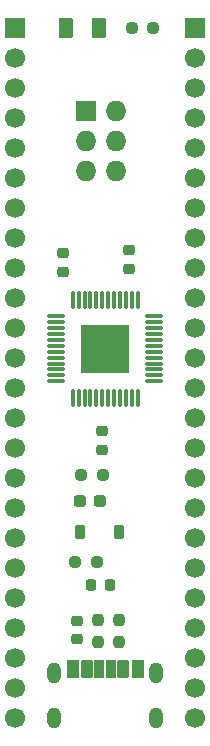
<source format=gbr>
%TF.GenerationSoftware,KiCad,Pcbnew,9.0.4*%
%TF.CreationDate,2025-09-22T14:36:08+02:00*%
%TF.ProjectId,ATmega4809A-breakout,41546d65-6761-4343-9830-39412d627265,rev?*%
%TF.SameCoordinates,Original*%
%TF.FileFunction,Soldermask,Top*%
%TF.FilePolarity,Negative*%
%FSLAX46Y46*%
G04 Gerber Fmt 4.6, Leading zero omitted, Abs format (unit mm)*
G04 Created by KiCad (PCBNEW 9.0.4) date 2025-09-22 14:36:08*
%MOMM*%
%LPD*%
G01*
G04 APERTURE LIST*
G04 Aperture macros list*
%AMRoundRect*
0 Rectangle with rounded corners*
0 $1 Rounding radius*
0 $2 $3 $4 $5 $6 $7 $8 $9 X,Y pos of 4 corners*
0 Add a 4 corners polygon primitive as box body*
4,1,4,$2,$3,$4,$5,$6,$7,$8,$9,$2,$3,0*
0 Add four circle primitives for the rounded corners*
1,1,$1+$1,$2,$3*
1,1,$1+$1,$4,$5*
1,1,$1+$1,$6,$7*
1,1,$1+$1,$8,$9*
0 Add four rect primitives between the rounded corners*
20,1,$1+$1,$2,$3,$4,$5,0*
20,1,$1+$1,$4,$5,$6,$7,0*
20,1,$1+$1,$6,$7,$8,$9,0*
20,1,$1+$1,$8,$9,$2,$3,0*%
G04 Aperture macros list end*
%ADD10RoundRect,0.250000X0.375000X0.625000X-0.375000X0.625000X-0.375000X-0.625000X0.375000X-0.625000X0*%
%ADD11RoundRect,0.237500X0.287500X0.237500X-0.287500X0.237500X-0.287500X-0.237500X0.287500X-0.237500X0*%
%ADD12RoundRect,0.225000X0.225000X0.375000X-0.225000X0.375000X-0.225000X-0.375000X0.225000X-0.375000X0*%
%ADD13RoundRect,0.237500X0.237500X-0.250000X0.237500X0.250000X-0.237500X0.250000X-0.237500X-0.250000X0*%
%ADD14RoundRect,0.237500X0.250000X0.237500X-0.250000X0.237500X-0.250000X-0.237500X0.250000X-0.237500X0*%
%ADD15R,1.700000X1.700000*%
%ADD16C,1.700000*%
%ADD17RoundRect,0.225000X0.250000X-0.225000X0.250000X0.225000X-0.250000X0.225000X-0.250000X-0.225000X0*%
%ADD18R,1.727200X1.727200*%
%ADD19O,1.727200X1.727200*%
%ADD20RoundRect,0.225000X-0.225000X-0.250000X0.225000X-0.250000X0.225000X0.250000X-0.225000X0.250000X0*%
%ADD21RoundRect,0.075000X0.662500X0.075000X-0.662500X0.075000X-0.662500X-0.075000X0.662500X-0.075000X0*%
%ADD22RoundRect,0.075000X0.075000X0.662500X-0.075000X0.662500X-0.075000X-0.662500X0.075000X-0.662500X0*%
%ADD23R,4.110000X4.110000*%
%ADD24RoundRect,0.102000X-0.350000X-0.700000X0.350000X-0.700000X0.350000X0.700000X-0.350000X0.700000X0*%
%ADD25RoundRect,0.102000X-0.380000X-0.700000X0.380000X-0.700000X0.380000X0.700000X-0.380000X0.700000X0*%
%ADD26RoundRect,0.102000X-0.400000X-0.700000X0.400000X-0.700000X0.400000X0.700000X-0.400000X0.700000X0*%
%ADD27O,1.204000X1.804000*%
%ADD28RoundRect,0.225000X-0.250000X0.225000X-0.250000X-0.225000X0.250000X-0.225000X0.250000X0.225000X0*%
G04 APERTURE END LIST*
D10*
%TO.C,D1*%
X116335000Y-50800000D03*
X113535000Y-50800000D03*
%TD*%
D11*
%TO.C,L1*%
X116431000Y-90805000D03*
X114681000Y-90805000D03*
%TD*%
D12*
%TO.C,D2*%
X117982000Y-93472000D03*
X114682000Y-93472000D03*
%TD*%
D13*
%TO.C,R2*%
X117983000Y-102742000D03*
X117983000Y-100917000D03*
%TD*%
D14*
%TO.C,R4*%
X116633000Y-88646000D03*
X114808000Y-88646000D03*
%TD*%
%TO.C,R5*%
X116125000Y-96012000D03*
X114300000Y-96012000D03*
%TD*%
D13*
%TO.C,R1*%
X116205000Y-102742000D03*
X116205000Y-100917000D03*
%TD*%
D15*
%TO.C,J3*%
X124460000Y-50800000D03*
D16*
X124460000Y-53340000D03*
X124460000Y-55880000D03*
X124460000Y-58420000D03*
X124460000Y-60960000D03*
X124460000Y-63500000D03*
X124460000Y-66040000D03*
X124460000Y-68580000D03*
X124460000Y-71120000D03*
X124460000Y-73660000D03*
X124460000Y-76200000D03*
X124460000Y-78740000D03*
X124460000Y-81280000D03*
X124460000Y-83820000D03*
X124460000Y-86360000D03*
X124460000Y-88900000D03*
X124460000Y-91440000D03*
X124460000Y-93980000D03*
X124460000Y-96520000D03*
X124460000Y-99060000D03*
X124460000Y-101600000D03*
X124460000Y-104140000D03*
X124460000Y-106680000D03*
X124460000Y-109220000D03*
%TD*%
D17*
%TO.C,C5*%
X113284000Y-71413500D03*
X113284000Y-69863500D03*
%TD*%
%TO.C,C1*%
X114427000Y-102554500D03*
X114427000Y-101004500D03*
%TD*%
D18*
%TO.C,CONN1*%
X115189000Y-57785000D03*
D19*
X117729000Y-57785000D03*
X115189000Y-60325000D03*
X117729000Y-60325000D03*
X115189000Y-62865000D03*
X117729000Y-62865000D03*
%TD*%
D15*
%TO.C,J2*%
X109220000Y-50800000D03*
D16*
X109220000Y-53340000D03*
X109220000Y-55880000D03*
X109220000Y-58420000D03*
X109220000Y-60960000D03*
X109220000Y-63500000D03*
X109220000Y-66040000D03*
X109220000Y-68580000D03*
X109220000Y-71120000D03*
X109220000Y-73660000D03*
X109220000Y-76200000D03*
X109220000Y-78740000D03*
X109220000Y-81280000D03*
X109220000Y-83820000D03*
X109220000Y-86360000D03*
X109220000Y-88900000D03*
X109220000Y-91440000D03*
X109220000Y-93980000D03*
X109220000Y-96520000D03*
X109220000Y-99060000D03*
X109220000Y-101600000D03*
X109220000Y-104140000D03*
X109220000Y-106680000D03*
X109220000Y-109220000D03*
%TD*%
D17*
%TO.C,C3*%
X118872000Y-71159500D03*
X118872000Y-69609500D03*
%TD*%
D14*
%TO.C,R3*%
X120927500Y-50800000D03*
X119102500Y-50800000D03*
%TD*%
D20*
%TO.C,C2*%
X115684000Y-97917000D03*
X117234000Y-97917000D03*
%TD*%
D21*
%TO.C,U1*%
X121014500Y-80699500D03*
X121014500Y-80199500D03*
X121014500Y-79699500D03*
X121014500Y-79199500D03*
X121014500Y-78699500D03*
X121014500Y-78199500D03*
X121014500Y-77699500D03*
X121014500Y-77199500D03*
X121014500Y-76699500D03*
X121014500Y-76199500D03*
X121014500Y-75699500D03*
X121014500Y-75199500D03*
D22*
X119602000Y-73787000D03*
X119102000Y-73787000D03*
X118602000Y-73787000D03*
X118102000Y-73787000D03*
X117602000Y-73787000D03*
X117102000Y-73787000D03*
X116602000Y-73787000D03*
X116102000Y-73787000D03*
X115602000Y-73787000D03*
X115102000Y-73787000D03*
X114602000Y-73787000D03*
X114102000Y-73787000D03*
D21*
X112689500Y-75199500D03*
X112689500Y-75699500D03*
X112689500Y-76199500D03*
X112689500Y-76699500D03*
X112689500Y-77199500D03*
X112689500Y-77699500D03*
X112689500Y-78199500D03*
X112689500Y-78699500D03*
X112689500Y-79199500D03*
X112689500Y-79699500D03*
X112689500Y-80199500D03*
X112689500Y-80699500D03*
D22*
X114102000Y-82112000D03*
X114602000Y-82112000D03*
X115102000Y-82112000D03*
X115602000Y-82112000D03*
X116102000Y-82112000D03*
X116602000Y-82112000D03*
X117102000Y-82112000D03*
X117602000Y-82112000D03*
X118102000Y-82112000D03*
X118602000Y-82112000D03*
X119102000Y-82112000D03*
X119602000Y-82112000D03*
D23*
X116852000Y-77949500D03*
%TD*%
D24*
%TO.C,J1*%
X116340000Y-105082000D03*
D25*
X118360000Y-105082000D03*
D26*
X119590000Y-105082000D03*
D24*
X117340000Y-105082000D03*
D25*
X115320000Y-105082000D03*
D26*
X114090000Y-105082000D03*
D27*
X112520000Y-105372000D03*
X112520000Y-109172000D03*
X121160000Y-105372000D03*
X121160000Y-109172000D03*
%TD*%
D28*
%TO.C,C4*%
X116586000Y-84950000D03*
X116586000Y-86500000D03*
%TD*%
M02*

</source>
